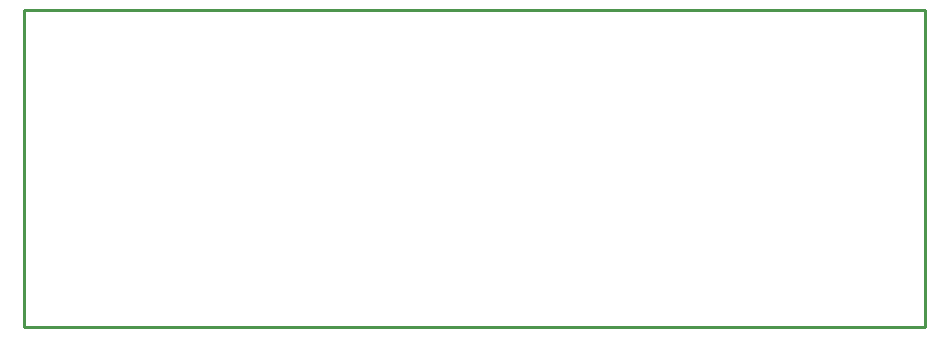
<source format=gbr>
G04 EAGLE Gerber RS-274X export*
G75*
%MOMM*%
%FSLAX34Y34*%
%LPD*%
%IN*%
%IPPOS*%
%AMOC8*
5,1,8,0,0,1.08239X$1,22.5*%
G01*
%ADD10C,0.254000*%


D10*
X0Y0D02*
X763000Y0D01*
X763000Y269000D01*
X0Y269000D01*
X0Y0D01*
M02*

</source>
